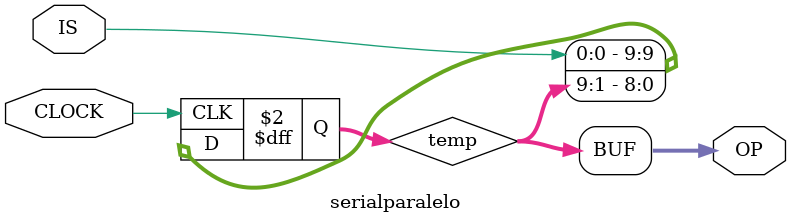
<source format=v>
module paraleloserial(CLOCK, LOADS, IS, D, OS);
	input CLOCK, LOADS, IS;
	input [9:0] D;
	output OS;
	reg [9:0] temp;
	always @(posedge CLOCK)
	begin 
		if (LOADS) 
			begin
				temp = D;
			end
		else
			begin 
				temp = { IS , temp[9:1] };
			end
	end
	assign OS = temp[0];
endmodule
		
module serialparalelo(CLOCK, IS, OP);
	input CLOCK, IS;
	output [9:0] OP;
	reg [9:0] temp;
	always @(posedge CLOCK)
	begin
		temp = { IS , temp[9:1] };
	end
	assign OP = temp;
endmodule
</source>
